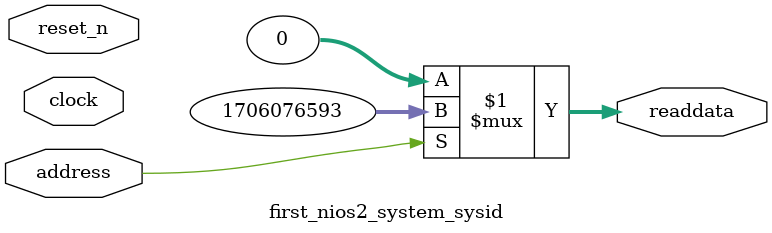
<source format=v>



// synthesis translate_off
`timescale 1ns / 1ps
// synthesis translate_on

// turn off superfluous verilog processor warnings 
// altera message_level Level1 
// altera message_off 10034 10035 10036 10037 10230 10240 10030 

module first_nios2_system_sysid (
               // inputs:
                address,
                clock,
                reset_n,

               // outputs:
                readdata
             )
;

  output  [ 31: 0] readdata;
  input            address;
  input            clock;
  input            reset_n;

  wire    [ 31: 0] readdata;
  //control_slave, which is an e_avalon_slave
  assign readdata = address ? 1706076593 : 0;

endmodule



</source>
